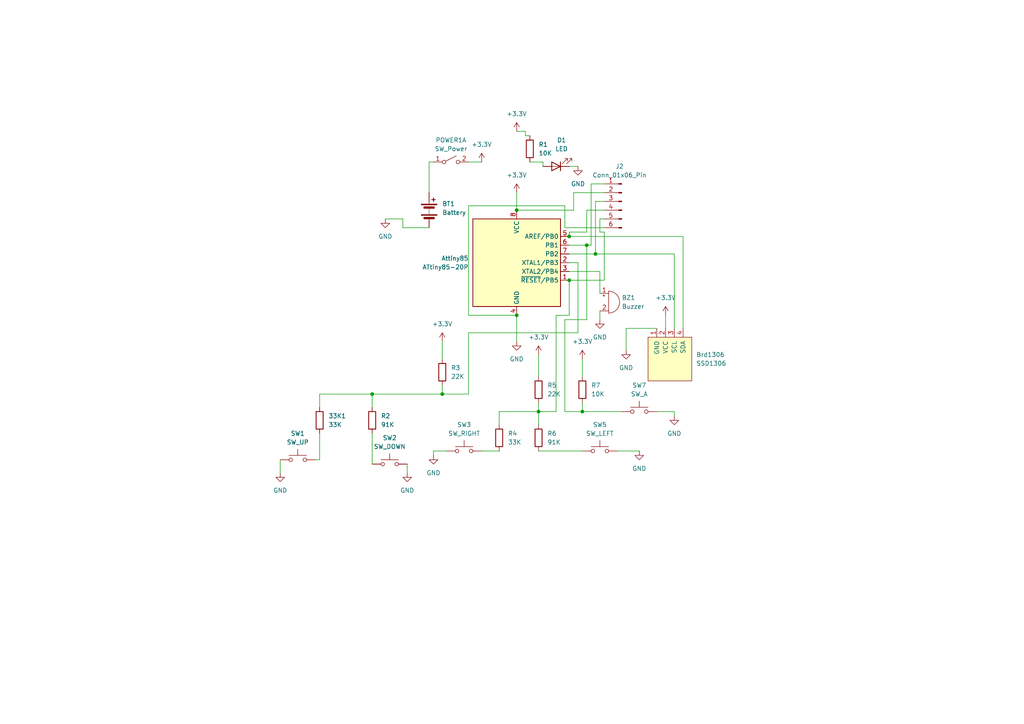
<source format=kicad_sch>
(kicad_sch (version 20231120) (generator "eeschema") (generator_version "8.0")
  (paper "A4")
  (lib_symbols
    (symbol "Connector:Conn_01x06_Pin" (pin_names (offset 1.016) hide)
      (property "Reference" "J" (at 0 7.62 0))
      (property "Value" "Conn_01x06_Pin" (at 0 -10.16 0))
      (symbol "Conn_01x06_Pin_1_1"
        (polyline (pts (xy 1.27 -7.62) (xy 0.8636 -7.62)) (stroke (width 0.1524)))
        (polyline (pts (xy 1.27 -5.08) (xy 0.8636 -5.08)) (stroke (width 0.1524)))
        (polyline (pts (xy 1.27 -2.54) (xy 0.8636 -2.54)) (stroke (width 0.1524)))
        (polyline (pts (xy 1.27 0) (xy 0.8636 0)) (stroke (width 0.1524)))
        (polyline (pts (xy 1.27 2.54) (xy 0.8636 2.54)) (stroke (width 0.1524)))
        (polyline (pts (xy 1.27 5.08) (xy 0.8636 5.08)) (stroke (width 0.1524)))
        (rectangle (start 0.8636 -7.493) (end 0 -7.747) (stroke (width 0.1524)) (fill (type outline)))
        (rectangle (start 0.8636 -4.953) (end 0 -5.207) (stroke (width 0.1524)) (fill (type outline)))
        (rectangle (start 0.8636 -2.413) (end 0 -2.667) (stroke (width 0.1524)) (fill (type outline)))
        (rectangle (start 0.8636 0.127) (end 0 -0.127) (stroke (width 0.1524)) (fill (type outline)))
        (rectangle (start 0.8636 2.667) (end 0 2.413) (stroke (width 0.1524)) (fill (type outline)))
        (rectangle (start 0.8636 5.207) (end 0 4.953) (stroke (width 0.1524)) (fill (type outline)))
        (pin passive line (at 5.08 5.08 180) (length 3.81) (name "Pin_1") (number "1"))
        (pin passive line (at 5.08 2.54 180) (length 3.81) (name "Pin_2") (number "2"))
        (pin passive line (at 5.08 0 180) (length 3.81) (name "Pin_3") (number "3"))
        (pin passive line (at 5.08 -2.54 180) (length 3.81) (name "Pin_4") (number "4"))
        (pin passive line (at 5.08 -5.08 180) (length 3.81) (name "Pin_5") (number "5"))
        (pin passive line (at 5.08 -7.62 180) (length 3.81) (name "Pin_6") (number "6"))
      )
    )
    (symbol "Device:Battery" (pin_numbers hide) (pin_names (offset 0) hide)
      (property "Reference" "BT" (at 2.54 2.54 0))
      (property "Value" "Battery" (at 2.54 0 0))
      (symbol "Battery_0_1"
        (rectangle (start -2.286 -1.27) (end 2.286 -1.524) (fill (type outline)))
        (rectangle (start -2.286 1.778) (end 2.286 1.524) (fill (type outline)))
        (rectangle (start -1.524 -2.032) (end 1.524 -2.54) (fill (type outline)))
        (rectangle (start -1.524 1.016) (end 1.524 0.508) (fill (type outline)))
        (polyline (pts (xy 0 -1.016) (xy 0 -0.762)))
        (polyline (pts (xy 0 -0.508) (xy 0 -0.254)))
        (polyline (pts (xy 0 0) (xy 0 0.254)))
        (polyline (pts (xy 0 1.778) (xy 0 2.54)))
        (polyline (pts (xy 0.762 3.048) (xy 1.778 3.048)) (stroke (width 0.254)))
        (polyline (pts (xy 1.27 3.556) (xy 1.27 2.54)) (stroke (width 0.254)))
      )
      (symbol "Battery_1_1"
        (pin passive line (at 0 5.08 270) (length 2.54) (name "+") (number "1"))
        (pin passive line (at 0 -5.08 90) (length 2.54) (name "-") (number "2"))
      )
    )
    (symbol "Device:Buzzer" (pin_names (offset 0.0254) hide)
      (property "Reference" "BZ" (at 3.81 1.27 0))
      (property "Value" "Buzzer" (at 3.81 -1.27 0))
      (symbol "Buzzer_0_1"
        (arc (start 0 -3.175) (mid 3.1612 0) (end 0 3.175))
        (polyline (pts (xy -1.651 1.905) (xy -1.143 1.905)))
        (polyline (pts (xy -1.397 2.159) (xy -1.397 1.651)))
        (polyline (pts (xy 0 3.175) (xy 0 -3.175)))
      )
      (symbol "Buzzer_1_1"
        (pin passive line (at -2.54 2.54 0) (length 2.54) (name "-") (number "1"))
        (pin passive line (at -2.54 -2.54 0) (length 2.54) (name "+") (number "2"))
      )
    )
    (symbol "Device:LED" (pin_numbers hide) (pin_names (offset 1.016) hide)
      (property "Reference" "D" (at 0 2.54 0))
      (property "Value" "LED" (at 0 -2.54 0))
      (symbol "LED_0_1"
        (polyline (pts (xy -1.27 -1.27) (xy -1.27 1.27)) (stroke (width 0.254)))
        (polyline (pts (xy -1.27 0) (xy 1.27 0)))
        (polyline (pts (xy 1.27 -1.27) (xy 1.27 1.27) (xy -1.27 0) (xy 1.27 -1.27)) (stroke (width 0.254)))
        (polyline (pts (xy -3.048 -0.762) (xy -4.572 -2.286) (xy -3.81 -2.286) (xy -4.572 -2.286) (xy -4.572 -1.524)))
        (polyline (pts (xy -1.778 -0.762) (xy -3.302 -2.286) (xy -2.54 -2.286) (xy -3.302 -2.286) (xy -3.302 -1.524)))
      )
      (symbol "LED_1_1"
        (pin passive line (at -3.81 0 0) (length 2.54) (name "K") (number "1"))
        (pin passive line (at 3.81 0 180) (length 2.54) (name "A") (number "2"))
      )
    )
    (symbol "Device:R" (pin_numbers hide) (pin_names (offset 0))
      (property "Reference" "R" (at 2.032 0 90))
      (property "Value" "R" (at 0 0 90))
      (symbol "R_0_1"
        (rectangle (start -1.016 -2.54) (end 1.016 2.54) (stroke (width 0.254)))
      )
      (symbol "R_1_1"
        (pin passive line (at 0 3.81 270) (length 1.27) (name "~") (number "1"))
        (pin passive line (at 0 -3.81 90) (length 1.27) (name "~") (number "2"))
      )
    )
    (symbol "MCU_Microchip_ATtiny:ATtiny85-20P"
      (property "Reference" "U" (at -12.7 13.97 0))
      (property "Value" "ATtiny85-20P" (at 2.54 -13.97 0))
      (symbol "ATtiny85-20P_0_1"
        (rectangle (start -12.7 -12.7) (end 12.7 12.7) (stroke (width 0.254)) (fill (type background)))
      )
      (symbol "ATtiny85-20P_1_1"
        (pin bidirectional line (at 15.24 -5.08 180) (length 2.54) (name "~{RESET}/PB5") (number "1"))
        (pin bidirectional line (at 15.24 0 180) (length 2.54) (name "XTAL1/PB3") (number "2"))
        (pin bidirectional line (at 15.24 -2.54 180) (length 2.54) (name "XTAL2/PB4") (number "3"))
        (pin power_in line (at 0 -15.24 90) (length 2.54) (name "GND") (number "4"))
        (pin bidirectional line (at 15.24 7.62 180) (length 2.54) (name "AREF/PB0") (number "5"))
        (pin bidirectional line (at 15.24 5.08 180) (length 2.54) (name "PB1") (number "6"))
        (pin bidirectional line (at 15.24 2.54 180) (length 2.54) (name "PB2") (number "7"))
        (pin power_in line (at 0 15.24 270) (length 2.54) (name "VCC") (number "8"))
      )
    )
    (symbol "SSD1306-128x64_OLED:SSD1306" (pin_names (offset 1.016))
      (property "Reference" "Brd" (at 0 -3.81 0))
      (property "Value" "SSD1306" (at 0 -1.27 0))
      (symbol "SSD1306_0_1"
        (rectangle (start -6.35 6.35) (end 6.35 -6.35) (fill (type background)))
      )
      (symbol "SSD1306_1_1"
        (pin input line (at -3.81 8.89 270) (length 2.54) (name "GND") (number "1"))
        (pin input line (at -1.27 8.89 270) (length 2.54) (name "VCC") (number "2"))
        (pin input line (at 1.27 8.89 270) (length 2.54) (name "SCL") (number "3"))
        (pin input line (at 3.81 8.89 270) (length 2.54) (name "SDA") (number "4"))
      )
    )
    (symbol "Switch:SW_DPST_x2" (pin_names (offset 0) hide)
      (property "Reference" "SW" (at 0 3.175 0))
      (property "Value" "SW_DPST_x2" (at 0 -2.54 0))
      (symbol "SW_DPST_x2_0_0"
        (circle (center -2.032 0) (radius 0.508))
        (polyline (pts (xy -1.524 0.254) (xy 1.524 1.778)))
        (circle (center 2.032 0) (radius 0.508))
      )
      (symbol "SW_DPST_x2_1_1"
        (pin passive line (at -5.08 0 0) (length 2.54) (name "A") (number "1"))
        (pin passive line (at 5.08 0 180) (length 2.54) (name "B") (number "2"))
      )
      (symbol "SW_DPST_x2_2_1"
        (pin passive line (at -5.08 0 0) (length 2.54) (name "A") (number "3"))
        (pin passive line (at 5.08 0 180) (length 2.54) (name "B") (number "4"))
      )
    )
    (symbol "Switch:SW_Push" (pin_numbers hide) (pin_names (offset 1.016) hide)
      (property "Reference" "SW" (at 1.27 2.54 0))
      (property "Value" "SW_Push" (at 0 -1.524 0))
      (symbol "SW_Push_0_1"
        (circle (center -2.032 0) (radius 0.508))
        (polyline (pts (xy 0 1.27) (xy 0 3.048)))
        (polyline (pts (xy 2.54 1.27) (xy -2.54 1.27)))
        (circle (center 2.032 0) (radius 0.508))
        (pin passive line (at -5.08 0 0) (length 2.54) (name "1") (number "1"))
        (pin passive line (at 5.08 0 180) (length 2.54) (name "2") (number "2"))
      )
    )
    (symbol "power:+3.3V" (power) (pin_names (offset 0))
      (property "Value" "+3.3V" (at 0 3.556 0))
      (symbol "+3.3V_0_1"
        (polyline (pts (xy -0.762 1.27) (xy 0 2.54)))
        (polyline (pts (xy 0 0) (xy 0 2.54)))
        (polyline (pts (xy 0 2.54) (xy 0.762 1.27)))
      )
      (symbol "+3.3V_1_1"
        (pin power_in line (at 0 0 90) (length 0) hide (name "+3.3V") (number "1"))
      )
    )
    (symbol "power:GND" (power) (pin_names (offset 0))
      (property "Value" "GND" (at 0 -3.81 0))
      (symbol "GND_0_1"
        (polyline (pts (xy 0 0) (xy 0 -1.27) (xy 1.27 -1.27) (xy 0 -2.54) (xy -1.27 -1.27) (xy 0 -1.27)))
      )
      (symbol "GND_1_1"
        (pin power_in line (at 0 0 270) (length 0) hide (name "GND") (number "1"))
      )
    )
  )
  (junction (at 172.72 73.66))
  (junction (at 149.86 60.96))
  (junction (at 128.27 114.3))
  (junction (at 149.86 91.44))
  (junction (at 165.1 81.28))
  (junction (at 168.91 119.38))
  (junction (at 165.1 68.58))
  (junction (at 170.18 71.12))
  (junction (at 156.21 119.38))
  (junction (at 107.95 114.3))
  (wire (pts (xy 165.1 73.66) (xy 172.72 73.66)))
  (wire (pts (xy 163.83 119.38) (xy 168.91 119.38)))
  (wire (pts (xy 128.27 99.06) (xy 128.27 104.14)))
  (wire (pts (xy 165.1 68.58) (xy 198.12 68.58)))
  (wire (pts (xy 156.21 102.87) (xy 156.21 109.22)))
  (wire (pts (xy 170.18 71.12) (xy 171.45 71.12)))
  (wire (pts (xy 163.83 92.71) (xy 163.83 119.38)))
  (wire (pts (xy 172.72 73.66) (xy 195.58 73.66)))
  (wire (pts (xy 157.48 46.99) (xy 153.67 46.99)))
  (wire (pts (xy 139.7 130.81) (xy 144.78 130.81)))
  (wire (pts (xy 165.1 76.2) (xy 167.64 76.2)))
  (wire (pts (xy 179.07 130.81) (xy 185.42 130.81)))
  (wire (pts (xy 81.28 133.35) (xy 81.28 137.16)))
  (wire (pts (xy 171.45 53.34) (xy 175.26 53.34)))
  (wire (pts (xy 107.95 125.73) (xy 107.95 134.62)))
  (wire (pts (xy 168.91 104.14) (xy 168.91 109.22)))
  (wire (pts (xy 144.78 119.38) (xy 156.21 119.38)))
  (wire (pts (xy 156.21 119.38) (xy 156.21 123.19)))
  (wire (pts (xy 135.89 46.99) (xy 139.7 46.99)))
  (wire (pts (xy 92.71 114.3) (xy 92.71 118.11)))
  (wire (pts (xy 161.29 91.44) (xy 161.29 119.38)))
  (wire (pts (xy 172.72 58.42) (xy 172.72 73.66)))
  (wire (pts (xy 165.1 71.12) (xy 170.18 71.12)))
  (wire (pts (xy 107.95 114.3) (xy 92.71 114.3)))
  (wire (pts (xy 149.86 55.88) (xy 149.86 60.96)))
  (wire (pts (xy 165.1 81.28) (xy 165.1 91.44)))
  (wire (pts (xy 190.5 119.38) (xy 195.58 119.38)))
  (wire (pts (xy 149.86 60.96) (xy 166.37 60.96)))
  (wire (pts (xy 195.58 95.25) (xy 195.58 73.66)))
  (wire (pts (xy 128.27 114.3) (xy 128.27 111.76)))
  (wire (pts (xy 157.48 46.99) (xy 157.48 48.26)))
  (wire (pts (xy 125.73 46.99) (xy 124.46 46.99)))
  (wire (pts (xy 92.71 125.73) (xy 92.71 133.35)))
  (wire (pts (xy 152.4 38.1) (xy 152.4 39.37)))
  (wire (pts (xy 170.18 67.31) (xy 165.1 67.31)))
  (wire (pts (xy 171.45 53.34) (xy 171.45 71.12)))
  (wire (pts (xy 175.26 67.31) (xy 173.99 67.31)))
  (wire (pts (xy 165.1 67.31) (xy 165.1 68.58)))
  (wire (pts (xy 129.54 130.81) (xy 125.73 130.81)))
  (wire (pts (xy 161.29 119.38) (xy 156.21 119.38)))
  (wire (pts (xy 165.1 81.28) (xy 175.26 81.28)))
  (wire (pts (xy 167.64 76.2) (xy 167.64 96.52)))
  (wire (pts (xy 173.99 78.74) (xy 173.99 85.09)))
  (wire (pts (xy 135.89 96.52) (xy 135.89 114.3)))
  (wire (pts (xy 124.46 46.99) (xy 124.46 55.88)))
  (wire (pts (xy 198.12 95.25) (xy 198.12 68.58)))
  (wire (pts (xy 116.84 63.5) (xy 111.76 63.5)))
  (wire (pts (xy 175.26 67.31) (xy 175.26 81.28)))
  (wire (pts (xy 118.11 134.62) (xy 118.11 137.16)))
  (wire (pts (xy 166.37 55.88) (xy 175.26 55.88)))
  (wire (pts (xy 135.89 91.44) (xy 135.89 59.69)))
  (wire (pts (xy 175.26 60.96) (xy 170.18 60.96)))
  (wire (pts (xy 190.5 95.25) (xy 181.61 95.25)))
  (wire (pts (xy 173.99 90.17) (xy 173.99 92.71)))
  (wire (pts (xy 165.1 91.44) (xy 161.29 91.44)))
  (wire (pts (xy 107.95 114.3) (xy 107.95 118.11)))
  (wire (pts (xy 156.21 119.38) (xy 156.21 116.84)))
  (wire (pts (xy 149.86 91.44) (xy 149.86 99.06)))
  (wire (pts (xy 156.21 130.81) (xy 168.91 130.81)))
  (wire (pts (xy 168.91 119.38) (xy 168.91 116.84)))
  (wire (pts (xy 144.78 119.38) (xy 144.78 123.19)))
  (wire (pts (xy 149.86 91.44) (xy 135.89 91.44)))
  (wire (pts (xy 175.26 58.42) (xy 172.72 58.42)))
  (wire (pts (xy 116.84 66.04) (xy 116.84 63.5)))
  (wire (pts (xy 167.64 96.52) (xy 135.89 96.52)))
  (wire (pts (xy 170.18 60.96) (xy 170.18 67.31)))
  (wire (pts (xy 168.91 119.38) (xy 180.34 119.38)))
  (wire (pts (xy 125.73 130.81) (xy 125.73 132.08)))
  (wire (pts (xy 173.99 63.5) (xy 175.26 63.5)))
  (wire (pts (xy 193.04 91.44) (xy 193.04 95.25)))
  (wire (pts (xy 152.4 39.37) (xy 153.67 39.37)))
  (wire (pts (xy 149.86 38.1) (xy 152.4 38.1)))
  (wire (pts (xy 124.46 66.04) (xy 116.84 66.04)))
  (wire (pts (xy 173.99 67.31) (xy 173.99 63.5)))
  (wire (pts (xy 165.1 48.26) (xy 167.64 48.26)))
  (wire (pts (xy 170.18 71.12) (xy 170.18 92.71)))
  (wire (pts (xy 135.89 114.3) (xy 128.27 114.3)))
  (wire (pts (xy 92.71 133.35) (xy 91.44 133.35)))
  (wire (pts (xy 165.1 78.74) (xy 173.99 78.74)))
  (wire (pts (xy 135.89 59.69) (xy 163.83 59.69)))
  (wire (pts (xy 128.27 114.3) (xy 107.95 114.3)))
  (wire (pts (xy 163.83 59.69) (xy 163.83 66.04)))
  (wire (pts (xy 195.58 119.38) (xy 195.58 120.65)))
  (wire (pts (xy 166.37 60.96) (xy 166.37 55.88)))
  (wire (pts (xy 163.83 66.04) (xy 175.26 66.04)))
  (wire (pts (xy 181.61 95.25) (xy 181.61 101.6)))
  (wire (pts (xy 170.18 92.71) (xy 163.83 92.71)))
  (symbol (lib_id "power:GND") (at 111.76 63.5 0) (unit 1)
    (property "Reference" "#PWR01" (effects (hide yes)))
    (property "Value" "GND" (at 111.76 68.58 0))
  )
  (symbol (lib_id "power:GND") (at 167.64 48.26 0) (unit 1)
    (property "Reference" "#PWR03" (effects (hide yes)))
    (property "Value" "GND" (at 167.64 53.34 0))
  )
  (symbol (lib_id "power:+3.3V") (at 156.21 102.87 0) (unit 1)
    (property "Reference" "#PWR0112" (effects (hide yes)))
    (property "Value" "+3.3V" (at 156.21 97.79 0))
  )
  (symbol (lib_id "SSD1306-128x64_OLED:SSD1306") (at 194.31 104.14 0) (unit 1)
    (property "Reference" "Brd1306" (at 201.93 102.87 0) (effects (justify left)))
    (property "Value" "SSD1306" (at 201.93 105.41 0) (effects (justify left)))
    (property "Footprint" "SSD1306:128x64OLED" (effects (hide yes)))
    (property "Description" "SSD1306 OLED" (effects (hide yes)))
  )
  (symbol (lib_id "Device:LED") (at 161.29 48.26 180) (unit 1)
    (property "Reference" "D1" (at 162.8775 40.64 0))
    (property "Value" "LED" (at 162.8775 43.18 0))
    (property "Footprint" "LED_THT:LED_D3.0mm" (effects (hide yes)))
  )
  (symbol (lib_id "Device:Battery") (at 124.46 60.96 0) (unit 1)
    (property "Reference" "BT1" (at 128.27 59.1185 0) (effects (justify left)))
    (property "Value" "Battery" (at 128.27 61.6585 0) (effects (justify left)))
    (property "Footprint" "Battery:BatteryHolder_Renata_SMTU2032-LF_1x2032" (effects (hide yes)))
  )
  (symbol (lib_id "Connector:Conn_01x06_Pin") (at 180.34 58.42 0) (mirror y) (unit 1)
    (property "Reference" "J2" (at 179.705 48.26 0))
    (property "Value" "Conn_01x06_Pin" (at 179.705 50.8 0))
    (property "Footprint" "Connector_PinHeader_2.54mm:PinHeader_2x03_P2.54mm_Vertical" (effects (hide yes)))
    (property "Description" "Generic connector, single row, 01x06, script generated" (effects (hide yes)))
  )
  (symbol (lib_id "power:+3.3V") (at 139.7 46.99 0) (unit 1)
    (property "Reference" "#PWR02" (effects (hide yes)))
    (property "Value" "+3.3V" (at 139.7 41.91 0))
  )
  (symbol (lib_id "Switch:SW_Push") (at 86.36 133.35 0) (unit 1)
    (property "Reference" "SW1" (at 86.36 125.73 0))
    (property "Value" "SW_UP" (at 86.36 128.27 0))
    (property "Footprint" "Button_Switch_THT:SW_PUSH_6mm_H7.3mm" (effects (hide yes)))
  )
  (symbol (lib_id "power:+3.3V") (at 168.91 104.14 0) (unit 1)
    (property "Reference" "#PWR0105" (effects (hide yes)))
    (property "Value" "+3.3V" (at 168.91 99.06 0))
  )
  (symbol (lib_id "Device:R") (at 156.21 113.03 0) (unit 1)
    (property "Reference" "R5" (at 158.75 111.7599 0) (effects (justify left)))
    (property "Value" "22K" (at 158.75 114.2999 0) (effects (justify left)))
    (property "Footprint" "Resistor_THT:R_Axial_DIN0207_L6.3mm_D2.5mm_P7.62mm_Horizontal" (effects (hide yes)))
  )
  (symbol (lib_id "power:GND") (at 125.73 132.08 0) (unit 1)
    (property "Reference" "#PWR0107" (effects (hide yes)))
    (property "Value" "GND" (at 125.73 137.16 0))
  )
  (symbol (lib_id "Device:R") (at 144.78 127 0) (unit 1)
    (property "Reference" "R4" (at 147.32 125.7299 0) (effects (justify left)))
    (property "Value" "33K" (at 147.32 128.2699 0) (effects (justify left)))
    (property "Footprint" "Resistor_THT:R_Axial_DIN0207_L6.3mm_D2.5mm_P7.62mm_Horizontal" (effects (hide yes)))
  )
  (symbol (lib_id "power:GND") (at 81.28 137.16 0) (unit 1)
    (property "Reference" "#PWR0109" (effects (hide yes)))
    (property "Value" "GND" (at 81.28 142.24 0))
  )
  (symbol (lib_id "power:GND") (at 185.42 130.81 0) (unit 1)
    (property "Reference" "#PWR0103" (effects (hide yes)))
    (property "Value" "GND" (at 185.42 135.89 0))
  )
  (symbol (lib_id "Device:R") (at 153.67 43.18 0) (unit 1)
    (property "Reference" "R1" (at 156.21 41.9099 0) (effects (justify left)))
    (property "Value" "10K" (at 156.21 44.4499 0) (effects (justify left)))
    (property "Footprint" "Resistor_THT:R_Axial_DIN0207_L6.3mm_D2.5mm_P7.62mm_Horizontal" (effects (hide yes)))
  )
  (symbol (lib_id "power:+3.3V") (at 128.27 99.06 0) (unit 1)
    (property "Reference" "#PWR0110" (effects (hide yes)))
    (property "Value" "+3.3V" (at 128.27 93.98 0))
  )
  (symbol (lib_id "power:+3.3V") (at 149.86 38.1 0) (unit 1)
    (property "Reference" "#PWR04" (effects (hide yes)))
    (property "Value" "+3.3V" (at 149.86 33.02 0))
  )
  (symbol (lib_id "Device:R") (at 128.27 107.95 0) (unit 1)
    (property "Reference" "R3" (at 130.81 106.6799 0) (effects (justify left)))
    (property "Value" "22K" (at 130.81 109.2199 0) (effects (justify left)))
    (property "Footprint" "Resistor_THT:R_Axial_DIN0207_L6.3mm_D2.5mm_P7.62mm_Horizontal" (effects (hide yes)))
  )
  (symbol (lib_id "power:GND") (at 195.58 120.65 0) (unit 1)
    (property "Reference" "#PWR0102" (effects (hide yes)))
    (property "Value" "GND" (at 195.58 125.73 0))
  )
  (symbol (lib_id "Device:R") (at 107.95 121.92 0) (unit 1)
    (property "Reference" "R2" (at 110.49 120.6499 0) (effects (justify left)))
    (property "Value" "91K" (at 110.49 123.1899 0) (effects (justify left)))
    (property "Footprint" "Resistor_THT:R_Axial_DIN0207_L6.3mm_D2.5mm_P7.62mm_Horizontal" (effects (hide yes)))
  )
  (symbol (lib_id "power:GND") (at 181.61 101.6 0) (unit 1)
    (property "Reference" "#PWR0101" (effects (hide yes)))
    (property "Value" "GND" (at 181.61 106.68 0))
  )
  (symbol (lib_id "power:GND") (at 173.99 92.71 0) (unit 1)
    (property "Reference" "#PWR0104" (effects (hide yes)))
    (property "Value" "GND" (at 173.99 97.79 0))
  )
  (symbol (lib_id "power:GND") (at 118.11 137.16 0) (unit 1)
    (property "Reference" "#PWR0108" (effects (hide yes)))
    (property "Value" "GND" (at 118.11 142.24 0))
  )
  (symbol (lib_id "power:+3.3V") (at 193.04 91.44 0) (unit 1)
    (property "Reference" "#PWR0106" (effects (hide yes)))
    (property "Value" "+3.3V" (at 193.04 86.36 0))
  )
  (symbol (lib_id "Device:R") (at 92.71 121.92 0) (unit 1)
    (property "Reference" "33K1" (at 95.25 120.65 0) (effects (justify left)))
    (property "Value" "33K" (at 95.25 123.19 0) (effects (justify left)))
    (property "Footprint" "Resistor_THT:R_Axial_DIN0207_L6.3mm_D2.5mm_P7.62mm_Horizontal" (effects (hide yes)))
  )
  (symbol (lib_id "Switch:SW_DPST_x2") (at 130.81 46.99 0) (unit 1)
    (property "Reference" "POWER1" (at 130.81 40.64 0))
    (property "Value" "SW_Power" (at 130.81 43.18 0))
    (property "Footprint" "Button_Switch_THT:SW_Slide_SPDT_Angled_CK_OS102011MA1Q" (effects (hide yes)))
  )
  (symbol (lib_id "Switch:SW_Push") (at 134.62 130.81 0) (unit 1)
    (property "Reference" "SW3" (at 134.62 123.19 0))
    (property "Value" "SW_RIGHT" (at 134.62 125.73 0))
    (property "Footprint" "Button_Switch_THT:SW_PUSH_6mm_H7.3mm" (effects (hide yes)))
  )
  (symbol (lib_id "Device:R") (at 168.91 113.03 0) (unit 1)
    (property "Reference" "R7" (at 171.45 111.7599 0) (effects (justify left)))
    (property "Value" "10K" (at 171.45 114.2999 0) (effects (justify left)))
    (property "Footprint" "Resistor_THT:R_Axial_DIN0207_L6.3mm_D2.5mm_P7.62mm_Horizontal" (effects (hide yes)))
  )
  (symbol (lib_id "Switch:SW_Push") (at 113.03 134.62 0) (unit 1)
    (property "Reference" "SW2" (at 113.03 127 0))
    (property "Value" "SW_DOWN" (at 113.03 129.54 0))
    (property "Footprint" "Button_Switch_THT:SW_PUSH_6mm_H7.3mm" (effects (hide yes)))
  )
  (symbol (lib_id "power:+3.3V") (at 149.86 55.88 0) (unit 1)
    (property "Reference" "#PWR0113" (effects (hide yes)))
    (property "Value" "+3.3V" (at 149.86 50.8 0))
  )
  (symbol (lib_id "power:GND") (at 149.86 99.06 0) (unit 1)
    (property "Reference" "#PWR0111" (effects (hide yes)))
    (property "Value" "GND" (at 149.86 104.14 0))
  )
  (symbol (lib_id "MCU_Microchip_ATtiny:ATtiny85-20P") (at 149.86 76.2 0) (unit 1)
    (property "Reference" "Attiny85" (at 135.89 74.93 0) (effects (justify right)))
    (property "Value" "ATtiny85-20P" (at 135.89 77.47 0) (effects (justify right)))
    (property "Footprint" "Package_DIP:DIP-8_W7.62mm" (effects (hide yes)))
    (property "Datasheet" "http://ww1.microchip.com/downloads/en/DeviceDoc/atmel-2586-avr-8-bit-microcontroller-attiny25-attiny45-attiny85_datasheet.pdf" (effects (hide yes)))
  )
  (symbol (lib_id "Device:R") (at 156.21 127 0) (unit 1)
    (property "Reference" "R6" (at 158.75 125.7299 0) (effects (justify left)))
    (property "Value" "91K" (at 158.75 128.2699 0) (effects (justify left)))
    (property "Footprint" "Resistor_THT:R_Axial_DIN0207_L6.3mm_D2.5mm_P7.62mm_Horizontal" (effects (hide yes)))
  )
  (symbol (lib_id "Switch:SW_Push") (at 173.99 130.81 0) (unit 1)
    (property "Reference" "SW5" (at 173.99 123.19 0))
    (property "Value" "SW_LEFT" (at 173.99 125.73 0))
    (property "Footprint" "Button_Switch_THT:SW_PUSH_6mm_H7.3mm" (effects (hide yes)))
  )
  (symbol (lib_id "Switch:SW_Push") (at 185.42 119.38 0) (unit 1)
    (property "Reference" "SW7" (at 185.42 111.76 0))
    (property "Value" "SW_A" (at 185.42 114.3 0))
    (property "Footprint" "Button_Switch_THT:SW_PUSH_6mm_H7.3mm" (effects (hide yes)))
  )
  (symbol (lib_id "Device:Buzzer") (at 176.53 87.63 0) (unit 1)
    (property "Reference" "BZ1" (at 180.34 86.3599 0) (effects (justify left)))
    (property "Value" "Buzzer" (at 180.34 88.8999 0) (effects (justify left)))
    (property "Footprint" "Buzzer_Beeper:Buzzer_12x9.5RM7.6" (effects (hide yes)))
  )
)
</source>
